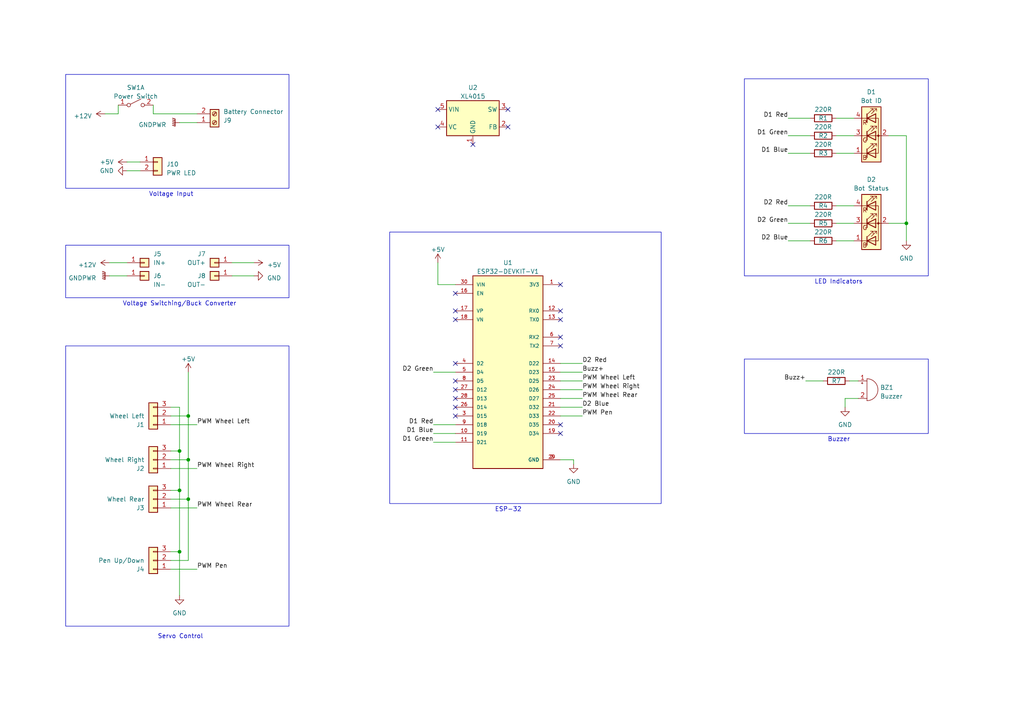
<source format=kicad_sch>
(kicad_sch (version 20230121) (generator eeschema)
  (paper "A4")
  (lib_symbols
    (symbol "Connector:Screw_Terminal_01x02" (pin_names (offset 1.016) hide)
      (property "Reference" "J" (at 0 2.54 0))
      (property "Value" "Screw_Terminal_01x02" (at 0 -5.08 0))
      (symbol "Screw_Terminal_01x02_1_1"
        (rectangle (start -1.27 1.27) (end 1.27 -3.81) (stroke (width 0.254)) (fill (type background)))
        (circle (center 0 -2.54) (radius 0.635) (stroke (width 0.1524)))
        (polyline (pts (xy -0.5334 -2.2098) (xy 0.3302 -3.048)) (stroke (width 0.1524)))
        (polyline (pts (xy -0.5334 0.3302) (xy 0.3302 -0.508)) (stroke (width 0.1524)))
        (polyline (pts (xy -0.3556 -2.032) (xy 0.508 -2.8702)) (stroke (width 0.1524)))
        (polyline (pts (xy -0.3556 0.508) (xy 0.508 -0.3302)) (stroke (width 0.1524)))
        (circle (center 0 0) (radius 0.635) (stroke (width 0.1524)))
        (pin passive line (at -5.08 0 0) (length 3.81) (name "Pin_1") (number "1"))
        (pin passive line (at -5.08 -2.54 0) (length 3.81) (name "Pin_2") (number "2"))
      )
    )
    (symbol "Connector_Generic:Conn_01x01" (pin_names (offset 1.016) hide)
      (property "Reference" "J" (at 0 2.54 0))
      (property "Value" "Conn_01x01" (at 0 -2.54 0))
      (symbol "Conn_01x01_1_1"
        (rectangle (start -1.27 0.127) (end 0 -0.127) (stroke (width 0.1524)))
        (rectangle (start -1.27 1.27) (end 1.27 -1.27) (stroke (width 0.254)) (fill (type background)))
        (pin passive line (at -5.08 0 0) (length 3.81) (name "Pin_1") (number "1"))
      )
    )
    (symbol "Connector_Generic:Conn_01x02" (pin_names (offset 1.016) hide)
      (property "Reference" "J" (at 0 2.54 0))
      (property "Value" "Conn_01x02" (at 0 -5.08 0))
      (symbol "Conn_01x02_1_1"
        (rectangle (start -1.27 -2.413) (end 0 -2.667) (stroke (width 0.1524)))
        (rectangle (start -1.27 0.127) (end 0 -0.127) (stroke (width 0.1524)))
        (rectangle (start -1.27 1.27) (end 1.27 -3.81) (stroke (width 0.254)) (fill (type background)))
        (pin passive line (at -5.08 0 0) (length 3.81) (name "Pin_1") (number "1"))
        (pin passive line (at -5.08 -2.54 0) (length 3.81) (name "Pin_2") (number "2"))
      )
    )
    (symbol "Connector_Generic:Conn_01x03" (pin_names (offset 1.016) hide)
      (property "Reference" "J" (at 0 5.08 0))
      (property "Value" "Conn_01x03" (at 0 -5.08 0))
      (symbol "Conn_01x03_1_1"
        (rectangle (start -1.27 -2.413) (end 0 -2.667) (stroke (width 0.1524)))
        (rectangle (start -1.27 0.127) (end 0 -0.127) (stroke (width 0.1524)))
        (rectangle (start -1.27 2.667) (end 0 2.413) (stroke (width 0.1524)))
        (rectangle (start -1.27 3.81) (end 1.27 -3.81) (stroke (width 0.254)) (fill (type background)))
        (pin passive line (at -5.08 2.54 0) (length 3.81) (name "Pin_1") (number "1"))
        (pin passive line (at -5.08 0 0) (length 3.81) (name "Pin_2") (number "2"))
        (pin passive line (at -5.08 -2.54 0) (length 3.81) (name "Pin_3") (number "3"))
      )
    )
    (symbol "Device:Buzzer" (pin_names (offset 0.0254) hide)
      (property "Reference" "BZ" (at 3.81 1.27 0))
      (property "Value" "Buzzer" (at 3.81 -1.27 0))
      (symbol "Buzzer_0_1"
        (arc (start 0 -3.175) (mid 3.1612 0) (end 0 3.175))
        (polyline (pts (xy -1.651 1.905) (xy -1.143 1.905)))
        (polyline (pts (xy -1.397 2.159) (xy -1.397 1.651)))
        (polyline (pts (xy 0 3.175) (xy 0 -3.175)))
      )
      (symbol "Buzzer_1_1"
        (pin passive line (at -2.54 2.54 0) (length 2.54) (name "-") (number "1"))
        (pin passive line (at -2.54 -2.54 0) (length 2.54) (name "+") (number "2"))
      )
    )
    (symbol "Device:LED_BAGR" (pin_names (offset 0) hide)
      (property "Reference" "D" (at 0 9.398 0))
      (property "Value" "LED_BAGR" (at 0 -8.89 0))
      (symbol "LED_BAGR_0_0"
        (text "B" (at -1.905 -6.35 0) (effects (font (size 1.27 1.27))))
        (text "G" (at -1.905 -1.27 0) (effects (font (size 1.27 1.27))))
        (text "R" (at -1.905 3.81 0) (effects (font (size 1.27 1.27))))
      )
      (symbol "LED_BAGR_0_1"
        (polyline (pts (xy -1.27 -5.08) (xy -2.54 -5.08)))
        (polyline (pts (xy -1.27 -5.08) (xy 1.27 -5.08)))
        (polyline (pts (xy -1.27 -3.81) (xy -1.27 -6.35)) (stroke (width 0.254)))
        (polyline (pts (xy -1.27 0) (xy -2.54 0)))
        (polyline (pts (xy -1.27 1.27) (xy -1.27 -1.27)) (stroke (width 0.254)))
        (polyline (pts (xy -1.27 5.08) (xy -2.54 5.08)))
        (polyline (pts (xy -1.27 5.08) (xy 1.27 5.08)))
        (polyline (pts (xy -1.27 6.35) (xy -1.27 3.81)) (stroke (width 0.254)))
        (polyline (pts (xy 1.27 0) (xy -1.27 0)))
        (polyline (pts (xy 1.27 0) (xy 2.54 0)))
        (polyline (pts (xy -1.27 1.27) (xy -1.27 -1.27) (xy -1.27 -1.27)))
        (polyline (pts (xy -1.27 6.35) (xy -1.27 3.81) (xy -1.27 3.81)))
        (polyline (pts (xy 1.27 -5.08) (xy 2.032 -5.08) (xy 2.032 5.08) (xy 1.27 5.08)))
        (polyline (pts (xy 1.27 -3.81) (xy 1.27 -6.35) (xy -1.27 -5.08) (xy 1.27 -3.81)) (stroke (width 0.254)))
        (polyline (pts (xy 1.27 1.27) (xy 1.27 -1.27) (xy -1.27 0) (xy 1.27 1.27)) (stroke (width 0.254)))
        (polyline (pts (xy 1.27 6.35) (xy 1.27 3.81) (xy -1.27 5.08) (xy 1.27 6.35)) (stroke (width 0.254)))
        (polyline (pts (xy -1.016 -3.81) (xy 0.508 -2.286) (xy -0.254 -2.286) (xy 0.508 -2.286) (xy 0.508 -3.048)))
        (polyline (pts (xy -1.016 1.27) (xy 0.508 2.794) (xy -0.254 2.794) (xy 0.508 2.794) (xy 0.508 2.032)))
        (polyline (pts (xy -1.016 6.35) (xy 0.508 7.874) (xy -0.254 7.874) (xy 0.508 7.874) (xy 0.508 7.112)))
        (polyline (pts (xy 0 -3.81) (xy 1.524 -2.286) (xy 0.762 -2.286) (xy 1.524 -2.286) (xy 1.524 -3.048)))
        (polyline (pts (xy 0 1.27) (xy 1.524 2.794) (xy 0.762 2.794) (xy 1.524 2.794) (xy 1.524 2.032)))
        (polyline (pts (xy 0 6.35) (xy 1.524 7.874) (xy 0.762 7.874) (xy 1.524 7.874) (xy 1.524 7.112)))
        (rectangle (start 1.27 -1.27) (end 1.27 1.27))
        (rectangle (start 1.27 1.27) (end 1.27 1.27))
        (rectangle (start 1.27 3.81) (end 1.27 6.35))
        (rectangle (start 1.27 6.35) (end 1.27 6.35))
        (circle (center 2.032 0) (radius 0.254) (fill (type outline)))
        (rectangle (start 2.794 8.382) (end -2.794 -7.62) (stroke (width 0.254)) (fill (type background)))
      )
      (symbol "LED_BAGR_1_1"
        (pin passive line (at -5.08 -5.08 0) (length 2.54) (name "BK") (number "1"))
        (pin passive line (at 5.08 0 180) (length 2.54) (name "A") (number "2"))
        (pin passive line (at -5.08 0 0) (length 2.54) (name "GK") (number "3"))
        (pin passive line (at -5.08 5.08 0) (length 2.54) (name "RK") (number "4"))
      )
    )
    (symbol "Device:R" (pin_numbers hide) (pin_names (offset 0))
      (property "Reference" "R" (at 2.032 0 90))
      (property "Value" "R" (at 0 0 90))
      (symbol "R_0_1"
        (rectangle (start -1.016 -2.54) (end 1.016 2.54) (stroke (width 0.254)))
      )
      (symbol "R_1_1"
        (pin passive line (at 0 3.81 270) (length 1.27) (name "~") (number "1"))
        (pin passive line (at 0 -3.81 90) (length 1.27) (name "~") (number "2"))
      )
    )
    (symbol "ESP32-DEVKIT-V1:ESP32-DEVKIT-V1" (pin_names (offset 1.016))
      (property "Reference" "U" (at -10.16 30.48 0))
      (property "Value" "ESP32-DEVKIT-V1" (at -10.16 -30.48 0))
      (symbol "ESP32-DEVKIT-V1_0_0"
        (rectangle (start -10.16 -27.94) (end 10.16 27.94) (stroke (width 0.254)) (fill (type background)))
        (pin output line (at 15.24 25.4 180) (length 5.08) (name "3V3") (number "1"))
        (pin bidirectional line (at -15.24 -17.78 0) (length 5.08) (name "D19") (number "10"))
        (pin bidirectional line (at -15.24 -20.32 0) (length 5.08) (name "D21") (number "11"))
        (pin input line (at 15.24 17.78 180) (length 5.08) (name "RX0") (number "12"))
        (pin output line (at 15.24 15.24 180) (length 5.08) (name "TX0") (number "13"))
        (pin bidirectional line (at 15.24 2.54 180) (length 5.08) (name "D22") (number "14"))
        (pin bidirectional line (at 15.24 0 180) (length 5.08) (name "D23") (number "15"))
        (pin input line (at -15.24 22.86 0) (length 5.08) (name "EN") (number "16"))
        (pin bidirectional line (at -15.24 17.78 0) (length 5.08) (name "VP") (number "17"))
        (pin bidirectional line (at -15.24 15.24 0) (length 5.08) (name "VN") (number "18"))
        (pin bidirectional line (at 15.24 -17.78 180) (length 5.08) (name "D34") (number "19"))
        (pin power_in line (at 15.24 -25.4 180) (length 5.08) (name "GND") (number "2"))
        (pin bidirectional line (at 15.24 -15.24 180) (length 5.08) (name "D35") (number "20"))
        (pin bidirectional line (at 15.24 -10.16 180) (length 5.08) (name "D32") (number "21"))
        (pin bidirectional line (at 15.24 -12.7 180) (length 5.08) (name "D33") (number "22"))
        (pin bidirectional line (at 15.24 -2.54 180) (length 5.08) (name "D25") (number "23"))
        (pin bidirectional line (at 15.24 -5.08 180) (length 5.08) (name "D26") (number "24"))
        (pin bidirectional line (at 15.24 -7.62 180) (length 5.08) (name "D27") (number "25"))
        (pin bidirectional line (at -15.24 -10.16 0) (length 5.08) (name "D14") (number "26"))
        (pin bidirectional line (at -15.24 -5.08 0) (length 5.08) (name "D12") (number "27"))
        (pin bidirectional line (at -15.24 -7.62 0) (length 5.08) (name "D13") (number "28"))
        (pin power_in line (at 15.24 -25.4 180) (length 5.08) (name "GND") (number "29"))
        (pin bidirectional line (at -15.24 -12.7 0) (length 5.08) (name "D15") (number "3"))
        (pin input line (at -15.24 25.4 0) (length 5.08) (name "VIN") (number "30"))
        (pin bidirectional line (at -15.24 2.54 0) (length 5.08) (name "D2") (number "4"))
        (pin bidirectional line (at -15.24 0 0) (length 5.08) (name "D4") (number "5"))
        (pin input line (at 15.24 10.16 180) (length 5.08) (name "RX2") (number "6"))
        (pin output line (at 15.24 7.62 180) (length 5.08) (name "TX2") (number "7"))
        (pin bidirectional line (at -15.24 -2.54 0) (length 5.08) (name "D5") (number "8"))
        (pin bidirectional line (at -15.24 -15.24 0) (length 5.08) (name "D18") (number "9"))
      )
    )
    (symbol "Regulator_Switching:XL4015"
      (property "Reference" "U?" (at -6.35 6.35 0))
      (property "Value" "XL4015" (at 6.35 6.35 0))
      (symbol "XL4015_0_1"
        (rectangle (start -7.62 5.08) (end 7.62 -5.08) (stroke (width 0.254)) (fill (type background)))
      )
      (symbol "XL4015_1_1"
        (pin power_in line (at 0 -7.62 90) (length 2.54) (name "GND") (number "1"))
        (pin input line (at 10.16 -2.54 180) (length 2.54) (name "FB") (number "2"))
        (pin power_out line (at 10.16 2.54 180) (length 2.54) (name "SW") (number "3"))
        (pin input line (at -10.16 -2.54 0) (length 2.54) (name "VC") (number "4"))
        (pin power_in line (at -10.16 2.54 0) (length 2.54) (name "VIN") (number "5"))
      )
    )
    (symbol "Switch:SW_DPST_x2" (pin_names (offset 0) hide)
      (property "Reference" "SW" (at 0 3.175 0))
      (property "Value" "SW_DPST_x2" (at 0 -2.54 0))
      (symbol "SW_DPST_x2_0_0"
        (circle (center -2.032 0) (radius 0.508))
        (polyline (pts (xy -1.524 0.254) (xy 1.524 1.778)))
        (circle (center 2.032 0) (radius 0.508))
      )
      (symbol "SW_DPST_x2_1_1"
        (pin passive line (at -5.08 0 0) (length 2.54) (name "A") (number "1"))
        (pin passive line (at 5.08 0 180) (length 2.54) (name "B") (number "2"))
      )
      (symbol "SW_DPST_x2_2_1"
        (pin passive line (at -5.08 0 0) (length 2.54) (name "A") (number "3"))
        (pin passive line (at 5.08 0 180) (length 2.54) (name "B") (number "4"))
      )
    )
    (symbol "power:+12V" (power) (pin_names (offset 0))
      (property "Value" "+12V" (at 0 3.556 0))
      (symbol "+12V_0_1"
        (polyline (pts (xy -0.762 1.27) (xy 0 2.54)))
        (polyline (pts (xy 0 0) (xy 0 2.54)))
        (polyline (pts (xy 0 2.54) (xy 0.762 1.27)))
      )
      (symbol "+12V_1_1"
        (pin power_in line (at 0 0 90) (length 0) hide (name "+12V") (number "1"))
      )
    )
    (symbol "power:+5V" (power) (pin_names (offset 0))
      (property "Value" "+5V" (at 0 3.556 0))
      (symbol "+5V_0_1"
        (polyline (pts (xy -0.762 1.27) (xy 0 2.54)))
        (polyline (pts (xy 0 0) (xy 0 2.54)))
        (polyline (pts (xy 0 2.54) (xy 0.762 1.27)))
      )
      (symbol "+5V_1_1"
        (pin power_in line (at 0 0 90) (length 0) hide (name "+5V") (number "1"))
      )
    )
    (symbol "power:GND" (power) (pin_names (offset 0))
      (property "Value" "GND" (at 0 -3.81 0))
      (symbol "GND_0_1"
        (polyline (pts (xy 0 0) (xy 0 -1.27) (xy 1.27 -1.27) (xy 0 -2.54) (xy -1.27 -1.27) (xy 0 -1.27)))
      )
      (symbol "GND_1_1"
        (pin power_in line (at 0 0 270) (length 0) hide (name "GND") (number "1"))
      )
    )
    (symbol "power:GNDPWR" (power) (pin_names (offset 0))
      (property "Value" "GNDPWR" (at 0 -3.302 0))
      (symbol "GNDPWR_0_1"
        (polyline (pts (xy 0 -1.27) (xy 0 0)))
        (polyline (pts (xy -1.016 -1.27) (xy -1.27 -2.032) (xy -1.27 -2.032)) (stroke (width 0.2032)))
        (polyline (pts (xy -0.508 -1.27) (xy -0.762 -2.032) (xy -0.762 -2.032)) (stroke (width 0.2032)))
        (polyline (pts (xy 0 -1.27) (xy -0.254 -2.032) (xy -0.254 -2.032)) (stroke (width 0.2032)))
        (polyline (pts (xy 0.508 -1.27) (xy 0.254 -2.032) (xy 0.254 -2.032)) (stroke (width 0.2032)))
        (polyline (pts (xy 1.016 -1.27) (xy -1.016 -1.27) (xy -1.016 -1.27)) (stroke (width 0.2032)))
        (polyline (pts (xy 1.016 -1.27) (xy 0.762 -2.032) (xy 0.762 -2.032) (xy 0.762 -2.032)) (stroke (width 0.2032)))
      )
      (symbol "GNDPWR_1_1"
        (pin power_in line (at 0 0 270) (length 0) hide (name "GNDPWR") (number "1"))
      )
    )
  )
  (junction (at 52.07 160.02))
  (junction (at 54.61 133.35))
  (junction (at 52.07 142.24))
  (junction (at 54.61 144.78))
  (junction (at 262.89 64.77))
  (junction (at 52.07 130.81))
  (junction (at 54.61 120.65))
  (no_connect (at 127 36.83))
  (no_connect (at 162.56 82.55))
  (no_connect (at 162.56 125.73))
  (no_connect (at 162.56 90.17))
  (no_connect (at 132.08 118.11))
  (no_connect (at 137.16 41.91))
  (no_connect (at 162.56 123.19))
  (no_connect (at 127 31.75))
  (no_connect (at 132.08 110.49))
  (no_connect (at 162.56 92.71))
  (no_connect (at 147.32 31.75))
  (no_connect (at 132.08 120.65))
  (no_connect (at 147.32 36.83))
  (no_connect (at 132.08 113.03))
  (no_connect (at 132.08 90.17))
  (no_connect (at 132.08 115.57))
  (no_connect (at 162.56 100.33))
  (no_connect (at 132.08 85.09))
  (no_connect (at 132.08 105.41))
  (no_connect (at 132.08 92.71))
  (no_connect (at 162.56 97.79))
  (wire (pts (xy 162.56 115.57) (xy 168.91 115.57)))
  (wire (pts (xy 228.6 59.69) (xy 234.95 59.69)))
  (wire (pts (xy 67.31 76.2) (xy 73.66 76.2)))
  (wire (pts (xy 162.56 107.95) (xy 168.91 107.95)))
  (wire (pts (xy 52.07 142.24) (xy 52.07 160.02)))
  (wire (pts (xy 257.81 39.37) (xy 262.89 39.37)))
  (wire (pts (xy 228.6 34.29) (xy 234.95 34.29)))
  (wire (pts (xy 49.53 144.78) (xy 54.61 144.78)))
  (wire (pts (xy 125.73 128.27) (xy 132.08 128.27)))
  (wire (pts (xy 162.56 110.49) (xy 168.91 110.49)))
  (wire (pts (xy 52.07 35.56) (xy 57.15 35.56)))
  (wire (pts (xy 54.61 120.65) (xy 54.61 133.35)))
  (wire (pts (xy 49.53 118.11) (xy 52.07 118.11)))
  (wire (pts (xy 162.56 120.65) (xy 168.91 120.65)))
  (wire (pts (xy 34.29 30.48) (xy 34.29 33.02)))
  (wire (pts (xy 49.53 133.35) (xy 54.61 133.35)))
  (wire (pts (xy 49.53 142.24) (xy 52.07 142.24)))
  (wire (pts (xy 125.73 107.95) (xy 132.08 107.95)))
  (wire (pts (xy 242.57 64.77) (xy 247.65 64.77)))
  (wire (pts (xy 49.53 162.56) (xy 54.61 162.56)))
  (wire (pts (xy 132.08 82.55) (xy 127 82.55)))
  (wire (pts (xy 44.45 30.48) (xy 44.45 33.02)))
  (wire (pts (xy 49.53 120.65) (xy 54.61 120.65)))
  (wire (pts (xy 57.15 33.02) (xy 44.45 33.02)))
  (wire (pts (xy 228.6 64.77) (xy 234.95 64.77)))
  (wire (pts (xy 31.75 76.2) (xy 36.83 76.2)))
  (wire (pts (xy 52.07 160.02) (xy 52.07 172.72)))
  (wire (pts (xy 257.81 64.77) (xy 262.89 64.77)))
  (wire (pts (xy 67.31 80.01) (xy 73.66 80.01)))
  (wire (pts (xy 162.56 113.03) (xy 168.91 113.03)))
  (wire (pts (xy 242.57 69.85) (xy 247.65 69.85)))
  (wire (pts (xy 54.61 133.35) (xy 54.61 144.78)))
  (wire (pts (xy 228.6 69.85) (xy 234.95 69.85)))
  (wire (pts (xy 228.6 39.37) (xy 234.95 39.37)))
  (wire (pts (xy 49.53 165.1) (xy 57.15 165.1)))
  (wire (pts (xy 31.75 80.01) (xy 36.83 80.01)))
  (wire (pts (xy 49.53 135.89) (xy 57.15 135.89)))
  (wire (pts (xy 54.61 144.78) (xy 54.61 162.56)))
  (wire (pts (xy 245.11 115.57) (xy 245.11 118.11)))
  (wire (pts (xy 162.56 105.41) (xy 168.91 105.41)))
  (wire (pts (xy 49.53 123.19) (xy 57.15 123.19)))
  (wire (pts (xy 49.53 147.32) (xy 57.15 147.32)))
  (wire (pts (xy 248.92 115.57) (xy 245.11 115.57)))
  (wire (pts (xy 49.53 160.02) (xy 52.07 160.02)))
  (wire (pts (xy 36.83 46.99) (xy 40.64 46.99)))
  (wire (pts (xy 166.37 133.35) (xy 162.56 133.35)))
  (wire (pts (xy 52.07 130.81) (xy 52.07 142.24)))
  (wire (pts (xy 242.57 39.37) (xy 247.65 39.37)))
  (wire (pts (xy 49.53 130.81) (xy 52.07 130.81)))
  (wire (pts (xy 166.37 134.62) (xy 166.37 133.35)))
  (wire (pts (xy 262.89 64.77) (xy 262.89 69.85)))
  (wire (pts (xy 125.73 123.19) (xy 132.08 123.19)))
  (wire (pts (xy 52.07 118.11) (xy 52.07 130.81)))
  (wire (pts (xy 36.83 49.53) (xy 40.64 49.53)))
  (wire (pts (xy 242.57 34.29) (xy 247.65 34.29)))
  (wire (pts (xy 233.68 110.49) (xy 238.76 110.49)))
  (wire (pts (xy 127 82.55) (xy 127 76.2)))
  (wire (pts (xy 262.89 39.37) (xy 262.89 64.77)))
  (wire (pts (xy 246.38 110.49) (xy 248.92 110.49)))
  (wire (pts (xy 228.6 44.45) (xy 234.95 44.45)))
  (wire (pts (xy 125.73 125.73) (xy 132.08 125.73)))
  (wire (pts (xy 242.57 59.69) (xy 247.65 59.69)))
  (wire (pts (xy 30.48 33.02) (xy 34.29 33.02)))
  (wire (pts (xy 54.61 107.95) (xy 54.61 120.65)))
  (wire (pts (xy 162.56 118.11) (xy 168.91 118.11)))
  (wire (pts (xy 242.57 44.45) (xy 247.65 44.45)))
  (rectangle (start 215.9 104.14) (end 269.24 125.73))
  (rectangle (start 19.05 71.12) (end 83.82 86.36))
  (rectangle (start 19.05 100.33) (end 83.82 181.61))
  (rectangle (start 19.05 21.59) (end 83.82 54.61))
  (rectangle (start 113.03 67.31) (end 191.77 146.05))
  (rectangle (start 215.9 22.86) (end 269.24 80.01))
  (text "Voltage Input" (at 43.18 57.15 0) (effects (font (size 1.27 1.27)) (justify left bottom)))
  (text "LED Indicators" (at 236.22 82.55 0) (effects (font (size 1.27 1.27)) (justify left bottom)))
  (text "Voltage Switching/Buck Converter" (at 35.56 88.9 0) (effects (font (size 1.27 1.27)) (justify left bottom)))
  (text "ESP-32" (at 143.51 148.59 0) (effects (font (size 1.27 1.27)) (justify left bottom)))
  (text "Buzzer" (at 240.03 128.27 0) (effects (font (size 1.27 1.27)) (justify left bottom)))
  (text "Servo Control" (at 45.72 185.42 0) (effects (font (size 1.27 1.27)) (justify left bottom)))
  (label "PWM Pen" (at 168.91 120.65 0))
  (label "Buzz+" (at 168.91 107.95 0))
  (label "D1 Green" (at 228.6 39.37 180))
  (label "D2 Red" (at 228.6 59.69 180))
  (label "D2 Blue" (at 228.6 69.85 180))
  (label "D1 Blue" (at 228.6 44.45 180))
  (label "D1 Blue" (at 125.73 125.73 180))
  (label "PWM Wheel Rear" (at 57.15 147.32 0))
  (label "PWM Wheel Left" (at 168.91 110.49 0))
  (label "PWM Wheel Right" (at 57.15 135.89 0))
  (label "D2 Blue" (at 168.91 118.11 0))
  (label "D1 Red" (at 228.6 34.29 180))
  (label "PWM Wheel Left" (at 57.15 123.19 0))
  (label "D1 Green" (at 125.73 128.27 180))
  (label "PWM Pen" (at 57.15 165.1 0))
  (label "D2 Red" (at 168.91 105.41 0))
  (label "PWM Wheel Right" (at 168.91 113.03 0))
  (label "D2 Green" (at 228.6 64.77 180))
  (label "D2 Green" (at 125.73 107.95 180))
  (label "D1 Red" (at 125.73 123.19 180))
  (label "PWM Wheel Rear" (at 168.91 115.57 0))
  (label "Buzz+" (at 233.68 110.49 180))
  (symbol (lib_id "power:+12V") (at 30.48 33.02 90) (unit 1)
    (property "Reference" "#PWR08" (effects hide))
    (property "Value" "+12V" (at 26.67 33.655 90) (effects (justify left)))
  )
  (symbol (lib_id "Device:R") (at 238.76 39.37 90) (unit 1)
    (property "Reference" "R2" (at 238.76 39.37 90))
    (property "Value" "220R" (at 238.76 36.83 90))
    (property "Footprint" "Resistor_THT:R_Axial_DIN0207_L6.3mm_D2.5mm_P7.62mm_Horizontal" (effects hide))
  )
  (symbol (lib_id "power:GND") (at 166.37 134.62 0) (unit 1)
    (property "Reference" "#PWR01" (effects hide))
    (property "Value" "GND" (at 166.37 139.7 0))
  )
  (symbol (lib_id "power:GND") (at 245.11 118.11 0) (unit 1)
    (property "Reference" "#PWR014" (effects hide))
    (property "Value" "GND" (at 245.11 123.19 0))
  )
  (symbol (lib_id "Device:R") (at 242.57 110.49 90) (unit 1)
    (property "Reference" "R7" (at 242.57 110.49 90))
    (property "Value" "220R" (at 242.57 107.95 90))
    (property "Footprint" "Resistor_THT:R_Axial_DIN0207_L6.3mm_D2.5mm_P7.62mm_Horizontal" (effects hide))
  )
  (symbol (lib_id "power:GND") (at 262.89 69.85 0) (unit 1)
    (property "Reference" "#PWR013" (effects hide))
    (property "Value" "GND" (at 262.89 74.93 0))
  )
  (symbol (lib_id "Connector_Generic:Conn_01x01") (at 62.23 76.2 180) (unit 1)
    (property "Reference" "J7" (at 59.69 73.66 0) (effects (justify left)))
    (property "Value" "OUT+" (at 59.69 76.2 0) (effects (justify left)))
    (property "Footprint" "Connector_PinHeader_2.54mm:PinHeader_1x01_P2.54mm_Vertical" (effects hide))
  )
  (symbol (lib_id "Connector_Generic:Conn_01x02") (at 45.72 46.99 0) (unit 1)
    (property "Reference" "J10" (at 48.26 47.625 0) (effects (justify left)))
    (property "Value" "PWR LED" (at 48.26 50.165 0) (effects (justify left)))
    (property "Footprint" "Connector_PinHeader_2.54mm:PinHeader_1x02_P2.54mm_Vertical" (effects hide))
  )
  (symbol (lib_id "Connector_Generic:Conn_01x03") (at 44.45 120.65 180) (unit 1)
    (property "Reference" "J1" (at 41.91 123.19 0) (effects (justify left)))
    (property "Value" "Wheel Left" (at 41.91 120.65 0) (effects (justify left)))
    (property "Footprint" "Connector_PinHeader_2.54mm:PinHeader_1x03_P2.54mm_Vertical" (effects hide))
  )
  (symbol (lib_id "Device:R") (at 238.76 59.69 90) (unit 1)
    (property "Reference" "R4" (at 238.76 59.69 90))
    (property "Value" "220R" (at 238.76 57.15 90))
    (property "Footprint" "Resistor_THT:R_Axial_DIN0207_L6.3mm_D2.5mm_P7.62mm_Horizontal" (effects hide))
  )
  (symbol (lib_id "Regulator_Switching:XL4015") (at 137.16 34.29 0) (unit 1)
    (property "Reference" "U2" (at 137.16 25.4 0))
    (property "Value" "XL4015" (at 137.16 27.94 0))
    (property "Footprint" "Package_TO_SOT_SMD:TO-263-5_TabPin3" (effects hide))
    (property "Datasheet" "http://www.xlsemi.net/datasheet/XL4015%20datasheet-English.pdf" (effects hide))
  )
  (symbol (lib_id "power:GNDPWR") (at 52.07 35.56 270) (unit 1)
    (property "Reference" "#PWR09" (effects hide))
    (property "Value" "GND" (at 48.26 36.195 90) (effects (justify right)))
  )
  (symbol (lib_id "Connector_Generic:Conn_01x03") (at 44.45 133.35 180) (unit 1)
    (property "Reference" "J2" (at 41.91 135.89 0) (effects (justify left)))
    (property "Value" "Wheel Right" (at 41.91 133.35 0) (effects (justify left)))
    (property "Footprint" "Connector_PinHeader_2.54mm:PinHeader_1x03_P2.54mm_Vertical" (effects hide))
  )
  (symbol (lib_id "Device:R") (at 238.76 44.45 90) (unit 1)
    (property "Reference" "R3" (at 238.76 44.45 90))
    (property "Value" "220R" (at 238.76 41.91 90))
    (property "Footprint" "Resistor_THT:R_Axial_DIN0207_L6.3mm_D2.5mm_P7.62mm_Horizontal" (effects hide))
  )
  (symbol (lib_id "Connector_Generic:Conn_01x01") (at 41.91 76.2 0) (unit 1)
    (property "Reference" "J5" (at 44.45 73.66 0) (effects (justify left)))
    (property "Value" "IN+" (at 44.45 76.2 0) (effects (justify left)))
    (property "Footprint" "Connector_PinHeader_2.54mm:PinHeader_1x01_P2.54mm_Vertical" (effects hide))
  )
  (symbol (lib_id "power:+12V") (at 31.75 76.2 90) (unit 1)
    (property "Reference" "#PWR07" (effects hide))
    (property "Value" "+12V" (at 27.94 76.835 90) (effects (justify left)))
  )
  (symbol (lib_id "Connector_Generic:Conn_01x01") (at 41.91 80.01 0) (unit 1)
    (property "Reference" "J6" (at 44.45 80.01 0) (effects (justify left)))
    (property "Value" "IN-" (at 44.45 82.55 0) (effects (justify left)))
    (property "Footprint" "Connector_PinHeader_2.54mm:PinHeader_1x01_P2.54mm_Vertical" (effects hide))
  )
  (symbol (lib_id "Connector_Generic:Conn_01x01") (at 62.23 80.01 180) (unit 1)
    (property "Reference" "J8" (at 59.69 80.01 0) (effects (justify left)))
    (property "Value" "OUT-" (at 59.69 82.55 0) (effects (justify left)))
    (property "Footprint" "Connector_PinHeader_2.54mm:PinHeader_1x01_P2.54mm_Vertical" (effects hide))
  )
  (symbol (lib_id "power:GNDPWR") (at 31.75 80.01 270) (unit 1)
    (property "Reference" "#PWR06" (effects hide))
    (property "Value" "GND" (at 27.94 80.645 90) (effects (justify right)))
  )
  (symbol (lib_id "power:+5V") (at 36.83 46.99 90) (unit 1)
    (property "Reference" "#PWR010" (effects hide))
    (property "Value" "+5V" (at 33.02 46.99 90) (effects (justify left)))
  )
  (symbol (lib_id "ESP32-DEVKIT-V1:ESP32-DEVKIT-V1") (at 147.32 107.95 0) (unit 1)
    (property "Reference" "U1" (at 147.32 76.2 0))
    (property "Value" "ESP32-DEVKIT-V1" (at 147.32 78.74 0))
    (property "Footprint" "ESP32-DEVKIT-V1:MODULE_ESP32_DEVKIT_V1" (effects hide))
    (property "MF" "Do it" (effects hide))
    (property "MAXIMUM_PACKAGE_HEIGHT" "6.8 mm" (effects hide))
    (property "Package" "None" (effects hide))
    (property "Price" "None" (effects hide))
    (property "Check_prices" "https://www.snapeda.com/parts/ESP32-DEVKIT-V1/Do+it/view-part/?ref=eda" (effects hide))
    (property "STANDARD" "Manufacturer Recommendations" (effects hide))
    (property "PARTREV" "N/A" (effects hide))
    (property "SnapEDA_Link" "https://www.snapeda.com/parts/ESP32-DEVKIT-V1/Do+it/view-part/?ref=snap" (effects hide))
    (property "MP" "ESP32-DEVKIT-V1" (effects hide))
    (property "Description" "\nDual core, Wi-Fi: 2.4 GHz up to 150 Mbits/s,BLE (Bluetooth Low Energy) and legacy Bluetooth, 32 bits, Up to 240 MHz\n" (effects hide))
    (property "Availability" "Not in stock" (effects hide))
    (property "MANUFACTURER" "DOIT" (effects hide))
  )
  (symbol (lib_id "Device:LED_BAGR") (at 252.73 39.37 0) (unit 1)
    (property "Reference" "D1" (at 252.73 26.67 0))
    (property "Value" "Bot ID" (at 252.73 29.21 0))
    (property "Footprint" "Connector_PinSocket_2.54mm:PinSocket_1x04_P2.54mm_Vertical" (effects hide))
  )
  (symbol (lib_id "power:GND") (at 73.66 80.01 90) (unit 1)
    (property "Reference" "#PWR05" (effects hide))
    (property "Value" "GND" (at 77.47 80.645 90) (effects (justify right)))
  )
  (symbol (lib_id "power:+5V") (at 127 76.2 0) (unit 1)
    (property "Reference" "#PWR03" (effects hide))
    (property "Value" "+5V" (at 127 72.39 0))
  )
  (symbol (lib_id "Connector_Generic:Conn_01x03") (at 44.45 144.78 180) (unit 1)
    (property "Reference" "J3" (at 41.91 147.32 0) (effects (justify left)))
    (property "Value" "Wheel Rear" (at 41.91 144.78 0) (effects (justify left)))
    (property "Footprint" "Connector_PinHeader_2.54mm:PinHeader_1x03_P2.54mm_Vertical" (effects hide))
  )
  (symbol (lib_id "power:+5V") (at 73.66 76.2 270) (unit 1)
    (property "Reference" "#PWR04" (effects hide))
    (property "Value" "+5V" (at 77.47 76.835 90) (effects (justify left)))
  )
  (symbol (lib_id "Connector:Screw_Terminal_01x02") (at 62.23 35.56 0) (mirror x) (unit 1)
    (property "Reference" "J9" (at 64.77 34.925 0) (effects (justify left)))
    (property "Value" "Battery Connector" (at 64.77 32.385 0) (effects (justify left)))
    (property "Footprint" "TerminalBlock:TerminalBlock_Altech_AK300-2_P5.00mm" (effects hide))
  )
  (symbol (lib_id "Device:R") (at 238.76 64.77 90) (unit 1)
    (property "Reference" "R5" (at 238.76 64.77 90))
    (property "Value" "220R" (at 238.76 62.23 90))
    (property "Footprint" "Resistor_THT:R_Axial_DIN0207_L6.3mm_D2.5mm_P7.62mm_Horizontal" (effects hide))
  )
  (symbol (lib_id "Device:Buzzer") (at 251.46 113.03 0) (unit 1)
    (property "Reference" "BZ1" (at 255.27 112.395 0) (effects (justify left)))
    (property "Value" "Buzzer" (at 255.27 114.935 0) (effects (justify left)))
    (property "Footprint" "Buzzer_Beeper:Buzzer_12x9.5RM7.6" (effects hide))
  )
  (symbol (lib_id "Device:R") (at 238.76 69.85 90) (unit 1)
    (property "Reference" "R6" (at 238.76 69.85 90))
    (property "Value" "220R" (at 238.76 67.31 90))
    (property "Footprint" "Resistor_THT:R_Axial_DIN0207_L6.3mm_D2.5mm_P7.62mm_Horizontal" (effects hide))
  )
  (symbol (lib_id "Device:LED_BAGR") (at 252.73 64.77 0) (unit 1)
    (property "Reference" "D2" (at 252.73 52.07 0))
    (property "Value" "Bot Status" (at 252.73 54.61 0))
    (property "Footprint" "Connector_PinSocket_2.54mm:PinSocket_1x04_P2.54mm_Vertical" (effects hide))
  )
  (symbol (lib_id "Switch:SW_DPST_x2") (at 39.37 30.48 0) (unit 1)
    (property "Reference" "SW1" (at 39.37 25.4 0))
    (property "Value" "Power Switch" (at 39.37 27.94 0))
    (property "Footprint" "Connector_PinHeader_2.54mm:PinHeader_1x02_P2.54mm_Vertical" (effects hide))
  )
  (symbol (lib_id "power:GND") (at 36.83 49.53 270) (unit 1)
    (property "Reference" "#PWR011" (effects hide))
    (property "Value" "GND" (at 33.02 49.53 90) (effects (justify right)))
  )
  (symbol (lib_id "power:+5V") (at 54.61 107.95 0) (unit 1)
    (property "Reference" "#PWR012" (effects hide))
    (property "Value" "+5V" (at 54.61 104.14 0))
  )
  (symbol (lib_id "power:GND") (at 52.07 172.72 0) (unit 1)
    (property "Reference" "#PWR02" (effects hide))
    (property "Value" "GND" (at 52.07 177.8 0))
  )
  (symbol (lib_id "Device:R") (at 238.76 34.29 90) (unit 1)
    (property "Reference" "R1" (at 238.76 34.29 90))
    (property "Value" "220R" (at 238.76 31.75 90))
    (property "Footprint" "Resistor_THT:R_Axial_DIN0207_L6.3mm_D2.5mm_P7.62mm_Horizontal" (effects hide))
  )
  (symbol (lib_id "Connector_Generic:Conn_01x03") (at 44.45 162.56 180) (unit 1)
    (property "Reference" "J4" (at 41.91 165.1 0) (effects (justify left)))
    (property "Value" "Pen Up/Down" (at 41.91 162.56 0) (effects (justify left)))
    (property "Footprint" "Connector_PinHeader_2.54mm:PinHeader_1x03_P2.54mm_Vertical" (effects hide))
  )
)
</source>
